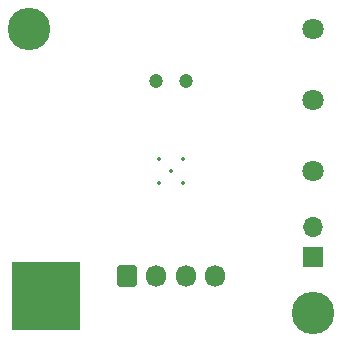
<source format=gbr>
%TF.GenerationSoftware,KiCad,Pcbnew,(6.0.2-0)*%
%TF.CreationDate,2022-02-18T14:13:15+00:00*%
%TF.ProjectId,PN532,504e3533-322e-46b6-9963-61645f706362,7*%
%TF.SameCoordinates,Original*%
%TF.FileFunction,Soldermask,Bot*%
%TF.FilePolarity,Negative*%
%FSLAX46Y46*%
G04 Gerber Fmt 4.6, Leading zero omitted, Abs format (unit mm)*
G04 Created by KiCad (PCBNEW (6.0.2-0)) date 2022-02-18 14:13:15*
%MOMM*%
%LPD*%
G01*
G04 APERTURE LIST*
G04 Aperture macros list*
%AMRoundRect*
0 Rectangle with rounded corners*
0 $1 Rounding radius*
0 $2 $3 $4 $5 $6 $7 $8 $9 X,Y pos of 4 corners*
0 Add a 4 corners polygon primitive as box body*
4,1,4,$2,$3,$4,$5,$6,$7,$8,$9,$2,$3,0*
0 Add four circle primitives for the rounded corners*
1,1,$1+$1,$2,$3*
1,1,$1+$1,$4,$5*
1,1,$1+$1,$6,$7*
1,1,$1+$1,$8,$9*
0 Add four rect primitives between the rounded corners*
20,1,$1+$1,$2,$3,$4,$5,0*
20,1,$1+$1,$4,$5,$6,$7,0*
20,1,$1+$1,$6,$7,$8,$9,0*
20,1,$1+$1,$8,$9,$2,$3,0*%
G04 Aperture macros list end*
%ADD10C,3.600000*%
%ADD11C,1.800000*%
%ADD12C,0.350000*%
%ADD13R,1.700000X1.700000*%
%ADD14O,1.700000X1.700000*%
%ADD15RoundRect,0.250000X-0.600000X-0.675000X0.600000X-0.675000X0.600000X0.675000X-0.600000X0.675000X0*%
%ADD16O,1.700000X1.850000*%
%ADD17C,1.200000*%
G04 APERTURE END LIST*
%TO.C,U3*%
G36*
X92300000Y-113500000D02*
G01*
X86500000Y-113500000D01*
X86500000Y-107700000D01*
X92300000Y-107700000D01*
X92300000Y-113500000D01*
G37*
%TD*%
D10*
%TO.C,H2*%
X88000000Y-88000000D03*
%TD*%
%TO.C,H1*%
X112000000Y-112000000D03*
%TD*%
D11*
%TO.C,D2*%
X112000000Y-94000000D03*
%TD*%
%TO.C,D3*%
X112000000Y-88000000D03*
%TD*%
%TO.C,D1*%
X112000000Y-100000000D03*
%TD*%
D12*
%TO.C,U1*%
X99000000Y-99000000D03*
X100000000Y-100000000D03*
X99000000Y-101000000D03*
X101000000Y-101000000D03*
X101000000Y-99000000D03*
%TD*%
D13*
%TO.C,J1*%
X112000000Y-107270000D03*
D14*
X112000000Y-104730000D03*
%TD*%
D15*
%TO.C,J2*%
X96250000Y-108900000D03*
D16*
X98750000Y-108900000D03*
X101250000Y-108900000D03*
X103750000Y-108900000D03*
%TD*%
D17*
%TO.C,TP1*%
X101250000Y-92400000D03*
X98750000Y-92400000D03*
%TD*%
M02*

</source>
